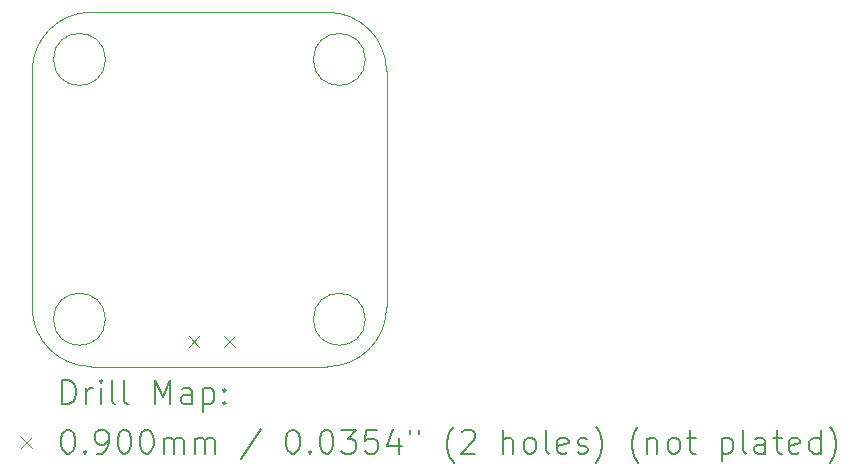
<source format=gbr>
%TF.GenerationSoftware,KiCad,Pcbnew,7.0.7*%
%TF.CreationDate,2023-12-21T16:20:20-05:00*%
%TF.ProjectId,BDC_ctrl_w_hall_effect_latches,4244435f-6374-4726-9c5f-775f68616c6c,rev?*%
%TF.SameCoordinates,Original*%
%TF.FileFunction,Drillmap*%
%TF.FilePolarity,Positive*%
%FSLAX45Y45*%
G04 Gerber Fmt 4.5, Leading zero omitted, Abs format (unit mm)*
G04 Created by KiCad (PCBNEW 7.0.7) date 2023-12-21 16:20:20*
%MOMM*%
%LPD*%
G01*
G04 APERTURE LIST*
%ADD10C,0.100000*%
%ADD11C,0.200000*%
%ADD12C,0.090000*%
G04 APERTURE END LIST*
D10*
X2000000Y-1500000D02*
G75*
G03*
X1500000Y-2000000I0J-500000D01*
G01*
X2120000Y-1900000D02*
G75*
G03*
X2120000Y-1900000I-220000J0D01*
G01*
X1500000Y-4000000D02*
X1500000Y-2000000D01*
X2000000Y-1500000D02*
X4000000Y-1500000D01*
X4320000Y-1900000D02*
G75*
G03*
X4320000Y-1900000I-220000J0D01*
G01*
X4500000Y-2000000D02*
G75*
G03*
X4000000Y-1500000I-500000J0D01*
G01*
X4320000Y-4100000D02*
G75*
G03*
X4320000Y-4100000I-220000J0D01*
G01*
X4000000Y-4500000D02*
X2000000Y-4500000D01*
X1500000Y-4000000D02*
G75*
G03*
X2000000Y-4500000I500000J0D01*
G01*
X2120000Y-4100000D02*
G75*
G03*
X2120000Y-4100000I-220000J0D01*
G01*
X4000000Y-4500000D02*
G75*
G03*
X4500000Y-4000000I0J500000D01*
G01*
X4500000Y-2000000D02*
X4500000Y-4000000D01*
D11*
D12*
X2823720Y-4243260D02*
X2913720Y-4333260D01*
X2913720Y-4243260D02*
X2823720Y-4333260D01*
X3123720Y-4243260D02*
X3213720Y-4333260D01*
X3213720Y-4243260D02*
X3123720Y-4333260D01*
D11*
X1755777Y-4816484D02*
X1755777Y-4616484D01*
X1755777Y-4616484D02*
X1803396Y-4616484D01*
X1803396Y-4616484D02*
X1831967Y-4626008D01*
X1831967Y-4626008D02*
X1851015Y-4645055D01*
X1851015Y-4645055D02*
X1860539Y-4664103D01*
X1860539Y-4664103D02*
X1870062Y-4702198D01*
X1870062Y-4702198D02*
X1870062Y-4730770D01*
X1870062Y-4730770D02*
X1860539Y-4768865D01*
X1860539Y-4768865D02*
X1851015Y-4787912D01*
X1851015Y-4787912D02*
X1831967Y-4806960D01*
X1831967Y-4806960D02*
X1803396Y-4816484D01*
X1803396Y-4816484D02*
X1755777Y-4816484D01*
X1955777Y-4816484D02*
X1955777Y-4683150D01*
X1955777Y-4721246D02*
X1965301Y-4702198D01*
X1965301Y-4702198D02*
X1974824Y-4692674D01*
X1974824Y-4692674D02*
X1993872Y-4683150D01*
X1993872Y-4683150D02*
X2012920Y-4683150D01*
X2079586Y-4816484D02*
X2079586Y-4683150D01*
X2079586Y-4616484D02*
X2070062Y-4626008D01*
X2070062Y-4626008D02*
X2079586Y-4635531D01*
X2079586Y-4635531D02*
X2089110Y-4626008D01*
X2089110Y-4626008D02*
X2079586Y-4616484D01*
X2079586Y-4616484D02*
X2079586Y-4635531D01*
X2203396Y-4816484D02*
X2184348Y-4806960D01*
X2184348Y-4806960D02*
X2174824Y-4787912D01*
X2174824Y-4787912D02*
X2174824Y-4616484D01*
X2308158Y-4816484D02*
X2289110Y-4806960D01*
X2289110Y-4806960D02*
X2279586Y-4787912D01*
X2279586Y-4787912D02*
X2279586Y-4616484D01*
X2536729Y-4816484D02*
X2536729Y-4616484D01*
X2536729Y-4616484D02*
X2603396Y-4759341D01*
X2603396Y-4759341D02*
X2670063Y-4616484D01*
X2670063Y-4616484D02*
X2670063Y-4816484D01*
X2851015Y-4816484D02*
X2851015Y-4711722D01*
X2851015Y-4711722D02*
X2841491Y-4692674D01*
X2841491Y-4692674D02*
X2822443Y-4683150D01*
X2822443Y-4683150D02*
X2784348Y-4683150D01*
X2784348Y-4683150D02*
X2765301Y-4692674D01*
X2851015Y-4806960D02*
X2831967Y-4816484D01*
X2831967Y-4816484D02*
X2784348Y-4816484D01*
X2784348Y-4816484D02*
X2765301Y-4806960D01*
X2765301Y-4806960D02*
X2755777Y-4787912D01*
X2755777Y-4787912D02*
X2755777Y-4768865D01*
X2755777Y-4768865D02*
X2765301Y-4749817D01*
X2765301Y-4749817D02*
X2784348Y-4740293D01*
X2784348Y-4740293D02*
X2831967Y-4740293D01*
X2831967Y-4740293D02*
X2851015Y-4730770D01*
X2946253Y-4683150D02*
X2946253Y-4883150D01*
X2946253Y-4692674D02*
X2965301Y-4683150D01*
X2965301Y-4683150D02*
X3003396Y-4683150D01*
X3003396Y-4683150D02*
X3022443Y-4692674D01*
X3022443Y-4692674D02*
X3031967Y-4702198D01*
X3031967Y-4702198D02*
X3041491Y-4721246D01*
X3041491Y-4721246D02*
X3041491Y-4778389D01*
X3041491Y-4778389D02*
X3031967Y-4797436D01*
X3031967Y-4797436D02*
X3022443Y-4806960D01*
X3022443Y-4806960D02*
X3003396Y-4816484D01*
X3003396Y-4816484D02*
X2965301Y-4816484D01*
X2965301Y-4816484D02*
X2946253Y-4806960D01*
X3127205Y-4797436D02*
X3136729Y-4806960D01*
X3136729Y-4806960D02*
X3127205Y-4816484D01*
X3127205Y-4816484D02*
X3117682Y-4806960D01*
X3117682Y-4806960D02*
X3127205Y-4797436D01*
X3127205Y-4797436D02*
X3127205Y-4816484D01*
X3127205Y-4692674D02*
X3136729Y-4702198D01*
X3136729Y-4702198D02*
X3127205Y-4711722D01*
X3127205Y-4711722D02*
X3117682Y-4702198D01*
X3117682Y-4702198D02*
X3127205Y-4692674D01*
X3127205Y-4692674D02*
X3127205Y-4711722D01*
D12*
X1405000Y-5100000D02*
X1495000Y-5190000D01*
X1495000Y-5100000D02*
X1405000Y-5190000D01*
D11*
X1793872Y-5036484D02*
X1812920Y-5036484D01*
X1812920Y-5036484D02*
X1831967Y-5046008D01*
X1831967Y-5046008D02*
X1841491Y-5055531D01*
X1841491Y-5055531D02*
X1851015Y-5074579D01*
X1851015Y-5074579D02*
X1860539Y-5112674D01*
X1860539Y-5112674D02*
X1860539Y-5160293D01*
X1860539Y-5160293D02*
X1851015Y-5198389D01*
X1851015Y-5198389D02*
X1841491Y-5217436D01*
X1841491Y-5217436D02*
X1831967Y-5226960D01*
X1831967Y-5226960D02*
X1812920Y-5236484D01*
X1812920Y-5236484D02*
X1793872Y-5236484D01*
X1793872Y-5236484D02*
X1774824Y-5226960D01*
X1774824Y-5226960D02*
X1765301Y-5217436D01*
X1765301Y-5217436D02*
X1755777Y-5198389D01*
X1755777Y-5198389D02*
X1746253Y-5160293D01*
X1746253Y-5160293D02*
X1746253Y-5112674D01*
X1746253Y-5112674D02*
X1755777Y-5074579D01*
X1755777Y-5074579D02*
X1765301Y-5055531D01*
X1765301Y-5055531D02*
X1774824Y-5046008D01*
X1774824Y-5046008D02*
X1793872Y-5036484D01*
X1946253Y-5217436D02*
X1955777Y-5226960D01*
X1955777Y-5226960D02*
X1946253Y-5236484D01*
X1946253Y-5236484D02*
X1936729Y-5226960D01*
X1936729Y-5226960D02*
X1946253Y-5217436D01*
X1946253Y-5217436D02*
X1946253Y-5236484D01*
X2051015Y-5236484D02*
X2089110Y-5236484D01*
X2089110Y-5236484D02*
X2108158Y-5226960D01*
X2108158Y-5226960D02*
X2117682Y-5217436D01*
X2117682Y-5217436D02*
X2136729Y-5188865D01*
X2136729Y-5188865D02*
X2146253Y-5150770D01*
X2146253Y-5150770D02*
X2146253Y-5074579D01*
X2146253Y-5074579D02*
X2136729Y-5055531D01*
X2136729Y-5055531D02*
X2127205Y-5046008D01*
X2127205Y-5046008D02*
X2108158Y-5036484D01*
X2108158Y-5036484D02*
X2070062Y-5036484D01*
X2070062Y-5036484D02*
X2051015Y-5046008D01*
X2051015Y-5046008D02*
X2041491Y-5055531D01*
X2041491Y-5055531D02*
X2031967Y-5074579D01*
X2031967Y-5074579D02*
X2031967Y-5122198D01*
X2031967Y-5122198D02*
X2041491Y-5141246D01*
X2041491Y-5141246D02*
X2051015Y-5150770D01*
X2051015Y-5150770D02*
X2070062Y-5160293D01*
X2070062Y-5160293D02*
X2108158Y-5160293D01*
X2108158Y-5160293D02*
X2127205Y-5150770D01*
X2127205Y-5150770D02*
X2136729Y-5141246D01*
X2136729Y-5141246D02*
X2146253Y-5122198D01*
X2270063Y-5036484D02*
X2289110Y-5036484D01*
X2289110Y-5036484D02*
X2308158Y-5046008D01*
X2308158Y-5046008D02*
X2317682Y-5055531D01*
X2317682Y-5055531D02*
X2327205Y-5074579D01*
X2327205Y-5074579D02*
X2336729Y-5112674D01*
X2336729Y-5112674D02*
X2336729Y-5160293D01*
X2336729Y-5160293D02*
X2327205Y-5198389D01*
X2327205Y-5198389D02*
X2317682Y-5217436D01*
X2317682Y-5217436D02*
X2308158Y-5226960D01*
X2308158Y-5226960D02*
X2289110Y-5236484D01*
X2289110Y-5236484D02*
X2270063Y-5236484D01*
X2270063Y-5236484D02*
X2251015Y-5226960D01*
X2251015Y-5226960D02*
X2241491Y-5217436D01*
X2241491Y-5217436D02*
X2231967Y-5198389D01*
X2231967Y-5198389D02*
X2222444Y-5160293D01*
X2222444Y-5160293D02*
X2222444Y-5112674D01*
X2222444Y-5112674D02*
X2231967Y-5074579D01*
X2231967Y-5074579D02*
X2241491Y-5055531D01*
X2241491Y-5055531D02*
X2251015Y-5046008D01*
X2251015Y-5046008D02*
X2270063Y-5036484D01*
X2460539Y-5036484D02*
X2479586Y-5036484D01*
X2479586Y-5036484D02*
X2498634Y-5046008D01*
X2498634Y-5046008D02*
X2508158Y-5055531D01*
X2508158Y-5055531D02*
X2517682Y-5074579D01*
X2517682Y-5074579D02*
X2527205Y-5112674D01*
X2527205Y-5112674D02*
X2527205Y-5160293D01*
X2527205Y-5160293D02*
X2517682Y-5198389D01*
X2517682Y-5198389D02*
X2508158Y-5217436D01*
X2508158Y-5217436D02*
X2498634Y-5226960D01*
X2498634Y-5226960D02*
X2479586Y-5236484D01*
X2479586Y-5236484D02*
X2460539Y-5236484D01*
X2460539Y-5236484D02*
X2441491Y-5226960D01*
X2441491Y-5226960D02*
X2431967Y-5217436D01*
X2431967Y-5217436D02*
X2422444Y-5198389D01*
X2422444Y-5198389D02*
X2412920Y-5160293D01*
X2412920Y-5160293D02*
X2412920Y-5112674D01*
X2412920Y-5112674D02*
X2422444Y-5074579D01*
X2422444Y-5074579D02*
X2431967Y-5055531D01*
X2431967Y-5055531D02*
X2441491Y-5046008D01*
X2441491Y-5046008D02*
X2460539Y-5036484D01*
X2612920Y-5236484D02*
X2612920Y-5103150D01*
X2612920Y-5122198D02*
X2622444Y-5112674D01*
X2622444Y-5112674D02*
X2641491Y-5103150D01*
X2641491Y-5103150D02*
X2670063Y-5103150D01*
X2670063Y-5103150D02*
X2689110Y-5112674D01*
X2689110Y-5112674D02*
X2698634Y-5131722D01*
X2698634Y-5131722D02*
X2698634Y-5236484D01*
X2698634Y-5131722D02*
X2708158Y-5112674D01*
X2708158Y-5112674D02*
X2727205Y-5103150D01*
X2727205Y-5103150D02*
X2755777Y-5103150D01*
X2755777Y-5103150D02*
X2774825Y-5112674D01*
X2774825Y-5112674D02*
X2784348Y-5131722D01*
X2784348Y-5131722D02*
X2784348Y-5236484D01*
X2879586Y-5236484D02*
X2879586Y-5103150D01*
X2879586Y-5122198D02*
X2889110Y-5112674D01*
X2889110Y-5112674D02*
X2908158Y-5103150D01*
X2908158Y-5103150D02*
X2936729Y-5103150D01*
X2936729Y-5103150D02*
X2955777Y-5112674D01*
X2955777Y-5112674D02*
X2965301Y-5131722D01*
X2965301Y-5131722D02*
X2965301Y-5236484D01*
X2965301Y-5131722D02*
X2974824Y-5112674D01*
X2974824Y-5112674D02*
X2993872Y-5103150D01*
X2993872Y-5103150D02*
X3022443Y-5103150D01*
X3022443Y-5103150D02*
X3041491Y-5112674D01*
X3041491Y-5112674D02*
X3051015Y-5131722D01*
X3051015Y-5131722D02*
X3051015Y-5236484D01*
X3441491Y-5026960D02*
X3270063Y-5284103D01*
X3698634Y-5036484D02*
X3717682Y-5036484D01*
X3717682Y-5036484D02*
X3736729Y-5046008D01*
X3736729Y-5046008D02*
X3746253Y-5055531D01*
X3746253Y-5055531D02*
X3755777Y-5074579D01*
X3755777Y-5074579D02*
X3765301Y-5112674D01*
X3765301Y-5112674D02*
X3765301Y-5160293D01*
X3765301Y-5160293D02*
X3755777Y-5198389D01*
X3755777Y-5198389D02*
X3746253Y-5217436D01*
X3746253Y-5217436D02*
X3736729Y-5226960D01*
X3736729Y-5226960D02*
X3717682Y-5236484D01*
X3717682Y-5236484D02*
X3698634Y-5236484D01*
X3698634Y-5236484D02*
X3679586Y-5226960D01*
X3679586Y-5226960D02*
X3670063Y-5217436D01*
X3670063Y-5217436D02*
X3660539Y-5198389D01*
X3660539Y-5198389D02*
X3651015Y-5160293D01*
X3651015Y-5160293D02*
X3651015Y-5112674D01*
X3651015Y-5112674D02*
X3660539Y-5074579D01*
X3660539Y-5074579D02*
X3670063Y-5055531D01*
X3670063Y-5055531D02*
X3679586Y-5046008D01*
X3679586Y-5046008D02*
X3698634Y-5036484D01*
X3851015Y-5217436D02*
X3860539Y-5226960D01*
X3860539Y-5226960D02*
X3851015Y-5236484D01*
X3851015Y-5236484D02*
X3841491Y-5226960D01*
X3841491Y-5226960D02*
X3851015Y-5217436D01*
X3851015Y-5217436D02*
X3851015Y-5236484D01*
X3984348Y-5036484D02*
X4003396Y-5036484D01*
X4003396Y-5036484D02*
X4022444Y-5046008D01*
X4022444Y-5046008D02*
X4031967Y-5055531D01*
X4031967Y-5055531D02*
X4041491Y-5074579D01*
X4041491Y-5074579D02*
X4051015Y-5112674D01*
X4051015Y-5112674D02*
X4051015Y-5160293D01*
X4051015Y-5160293D02*
X4041491Y-5198389D01*
X4041491Y-5198389D02*
X4031967Y-5217436D01*
X4031967Y-5217436D02*
X4022444Y-5226960D01*
X4022444Y-5226960D02*
X4003396Y-5236484D01*
X4003396Y-5236484D02*
X3984348Y-5236484D01*
X3984348Y-5236484D02*
X3965301Y-5226960D01*
X3965301Y-5226960D02*
X3955777Y-5217436D01*
X3955777Y-5217436D02*
X3946253Y-5198389D01*
X3946253Y-5198389D02*
X3936729Y-5160293D01*
X3936729Y-5160293D02*
X3936729Y-5112674D01*
X3936729Y-5112674D02*
X3946253Y-5074579D01*
X3946253Y-5074579D02*
X3955777Y-5055531D01*
X3955777Y-5055531D02*
X3965301Y-5046008D01*
X3965301Y-5046008D02*
X3984348Y-5036484D01*
X4117682Y-5036484D02*
X4241491Y-5036484D01*
X4241491Y-5036484D02*
X4174825Y-5112674D01*
X4174825Y-5112674D02*
X4203396Y-5112674D01*
X4203396Y-5112674D02*
X4222444Y-5122198D01*
X4222444Y-5122198D02*
X4231968Y-5131722D01*
X4231968Y-5131722D02*
X4241491Y-5150770D01*
X4241491Y-5150770D02*
X4241491Y-5198389D01*
X4241491Y-5198389D02*
X4231968Y-5217436D01*
X4231968Y-5217436D02*
X4222444Y-5226960D01*
X4222444Y-5226960D02*
X4203396Y-5236484D01*
X4203396Y-5236484D02*
X4146253Y-5236484D01*
X4146253Y-5236484D02*
X4127206Y-5226960D01*
X4127206Y-5226960D02*
X4117682Y-5217436D01*
X4422444Y-5036484D02*
X4327206Y-5036484D01*
X4327206Y-5036484D02*
X4317682Y-5131722D01*
X4317682Y-5131722D02*
X4327206Y-5122198D01*
X4327206Y-5122198D02*
X4346253Y-5112674D01*
X4346253Y-5112674D02*
X4393872Y-5112674D01*
X4393872Y-5112674D02*
X4412920Y-5122198D01*
X4412920Y-5122198D02*
X4422444Y-5131722D01*
X4422444Y-5131722D02*
X4431968Y-5150770D01*
X4431968Y-5150770D02*
X4431968Y-5198389D01*
X4431968Y-5198389D02*
X4422444Y-5217436D01*
X4422444Y-5217436D02*
X4412920Y-5226960D01*
X4412920Y-5226960D02*
X4393872Y-5236484D01*
X4393872Y-5236484D02*
X4346253Y-5236484D01*
X4346253Y-5236484D02*
X4327206Y-5226960D01*
X4327206Y-5226960D02*
X4317682Y-5217436D01*
X4603396Y-5103150D02*
X4603396Y-5236484D01*
X4555777Y-5026960D02*
X4508158Y-5169817D01*
X4508158Y-5169817D02*
X4631968Y-5169817D01*
X4698634Y-5036484D02*
X4698634Y-5074579D01*
X4774825Y-5036484D02*
X4774825Y-5074579D01*
X5070063Y-5312674D02*
X5060539Y-5303150D01*
X5060539Y-5303150D02*
X5041491Y-5274579D01*
X5041491Y-5274579D02*
X5031968Y-5255531D01*
X5031968Y-5255531D02*
X5022444Y-5226960D01*
X5022444Y-5226960D02*
X5012920Y-5179341D01*
X5012920Y-5179341D02*
X5012920Y-5141246D01*
X5012920Y-5141246D02*
X5022444Y-5093627D01*
X5022444Y-5093627D02*
X5031968Y-5065055D01*
X5031968Y-5065055D02*
X5041491Y-5046008D01*
X5041491Y-5046008D02*
X5060539Y-5017436D01*
X5060539Y-5017436D02*
X5070063Y-5007912D01*
X5136730Y-5055531D02*
X5146253Y-5046008D01*
X5146253Y-5046008D02*
X5165301Y-5036484D01*
X5165301Y-5036484D02*
X5212920Y-5036484D01*
X5212920Y-5036484D02*
X5231968Y-5046008D01*
X5231968Y-5046008D02*
X5241491Y-5055531D01*
X5241491Y-5055531D02*
X5251015Y-5074579D01*
X5251015Y-5074579D02*
X5251015Y-5093627D01*
X5251015Y-5093627D02*
X5241491Y-5122198D01*
X5241491Y-5122198D02*
X5127206Y-5236484D01*
X5127206Y-5236484D02*
X5251015Y-5236484D01*
X5489111Y-5236484D02*
X5489111Y-5036484D01*
X5574825Y-5236484D02*
X5574825Y-5131722D01*
X5574825Y-5131722D02*
X5565301Y-5112674D01*
X5565301Y-5112674D02*
X5546253Y-5103150D01*
X5546253Y-5103150D02*
X5517682Y-5103150D01*
X5517682Y-5103150D02*
X5498634Y-5112674D01*
X5498634Y-5112674D02*
X5489111Y-5122198D01*
X5698634Y-5236484D02*
X5679587Y-5226960D01*
X5679587Y-5226960D02*
X5670063Y-5217436D01*
X5670063Y-5217436D02*
X5660539Y-5198389D01*
X5660539Y-5198389D02*
X5660539Y-5141246D01*
X5660539Y-5141246D02*
X5670063Y-5122198D01*
X5670063Y-5122198D02*
X5679587Y-5112674D01*
X5679587Y-5112674D02*
X5698634Y-5103150D01*
X5698634Y-5103150D02*
X5727206Y-5103150D01*
X5727206Y-5103150D02*
X5746253Y-5112674D01*
X5746253Y-5112674D02*
X5755777Y-5122198D01*
X5755777Y-5122198D02*
X5765301Y-5141246D01*
X5765301Y-5141246D02*
X5765301Y-5198389D01*
X5765301Y-5198389D02*
X5755777Y-5217436D01*
X5755777Y-5217436D02*
X5746253Y-5226960D01*
X5746253Y-5226960D02*
X5727206Y-5236484D01*
X5727206Y-5236484D02*
X5698634Y-5236484D01*
X5879587Y-5236484D02*
X5860539Y-5226960D01*
X5860539Y-5226960D02*
X5851015Y-5207912D01*
X5851015Y-5207912D02*
X5851015Y-5036484D01*
X6031968Y-5226960D02*
X6012920Y-5236484D01*
X6012920Y-5236484D02*
X5974825Y-5236484D01*
X5974825Y-5236484D02*
X5955777Y-5226960D01*
X5955777Y-5226960D02*
X5946253Y-5207912D01*
X5946253Y-5207912D02*
X5946253Y-5131722D01*
X5946253Y-5131722D02*
X5955777Y-5112674D01*
X5955777Y-5112674D02*
X5974825Y-5103150D01*
X5974825Y-5103150D02*
X6012920Y-5103150D01*
X6012920Y-5103150D02*
X6031968Y-5112674D01*
X6031968Y-5112674D02*
X6041491Y-5131722D01*
X6041491Y-5131722D02*
X6041491Y-5150770D01*
X6041491Y-5150770D02*
X5946253Y-5169817D01*
X6117682Y-5226960D02*
X6136730Y-5236484D01*
X6136730Y-5236484D02*
X6174825Y-5236484D01*
X6174825Y-5236484D02*
X6193872Y-5226960D01*
X6193872Y-5226960D02*
X6203396Y-5207912D01*
X6203396Y-5207912D02*
X6203396Y-5198389D01*
X6203396Y-5198389D02*
X6193872Y-5179341D01*
X6193872Y-5179341D02*
X6174825Y-5169817D01*
X6174825Y-5169817D02*
X6146253Y-5169817D01*
X6146253Y-5169817D02*
X6127206Y-5160293D01*
X6127206Y-5160293D02*
X6117682Y-5141246D01*
X6117682Y-5141246D02*
X6117682Y-5131722D01*
X6117682Y-5131722D02*
X6127206Y-5112674D01*
X6127206Y-5112674D02*
X6146253Y-5103150D01*
X6146253Y-5103150D02*
X6174825Y-5103150D01*
X6174825Y-5103150D02*
X6193872Y-5112674D01*
X6270063Y-5312674D02*
X6279587Y-5303150D01*
X6279587Y-5303150D02*
X6298634Y-5274579D01*
X6298634Y-5274579D02*
X6308158Y-5255531D01*
X6308158Y-5255531D02*
X6317682Y-5226960D01*
X6317682Y-5226960D02*
X6327206Y-5179341D01*
X6327206Y-5179341D02*
X6327206Y-5141246D01*
X6327206Y-5141246D02*
X6317682Y-5093627D01*
X6317682Y-5093627D02*
X6308158Y-5065055D01*
X6308158Y-5065055D02*
X6298634Y-5046008D01*
X6298634Y-5046008D02*
X6279587Y-5017436D01*
X6279587Y-5017436D02*
X6270063Y-5007912D01*
X6631968Y-5312674D02*
X6622444Y-5303150D01*
X6622444Y-5303150D02*
X6603396Y-5274579D01*
X6603396Y-5274579D02*
X6593872Y-5255531D01*
X6593872Y-5255531D02*
X6584349Y-5226960D01*
X6584349Y-5226960D02*
X6574825Y-5179341D01*
X6574825Y-5179341D02*
X6574825Y-5141246D01*
X6574825Y-5141246D02*
X6584349Y-5093627D01*
X6584349Y-5093627D02*
X6593872Y-5065055D01*
X6593872Y-5065055D02*
X6603396Y-5046008D01*
X6603396Y-5046008D02*
X6622444Y-5017436D01*
X6622444Y-5017436D02*
X6631968Y-5007912D01*
X6708158Y-5103150D02*
X6708158Y-5236484D01*
X6708158Y-5122198D02*
X6717682Y-5112674D01*
X6717682Y-5112674D02*
X6736730Y-5103150D01*
X6736730Y-5103150D02*
X6765301Y-5103150D01*
X6765301Y-5103150D02*
X6784349Y-5112674D01*
X6784349Y-5112674D02*
X6793872Y-5131722D01*
X6793872Y-5131722D02*
X6793872Y-5236484D01*
X6917682Y-5236484D02*
X6898634Y-5226960D01*
X6898634Y-5226960D02*
X6889111Y-5217436D01*
X6889111Y-5217436D02*
X6879587Y-5198389D01*
X6879587Y-5198389D02*
X6879587Y-5141246D01*
X6879587Y-5141246D02*
X6889111Y-5122198D01*
X6889111Y-5122198D02*
X6898634Y-5112674D01*
X6898634Y-5112674D02*
X6917682Y-5103150D01*
X6917682Y-5103150D02*
X6946253Y-5103150D01*
X6946253Y-5103150D02*
X6965301Y-5112674D01*
X6965301Y-5112674D02*
X6974825Y-5122198D01*
X6974825Y-5122198D02*
X6984349Y-5141246D01*
X6984349Y-5141246D02*
X6984349Y-5198389D01*
X6984349Y-5198389D02*
X6974825Y-5217436D01*
X6974825Y-5217436D02*
X6965301Y-5226960D01*
X6965301Y-5226960D02*
X6946253Y-5236484D01*
X6946253Y-5236484D02*
X6917682Y-5236484D01*
X7041492Y-5103150D02*
X7117682Y-5103150D01*
X7070063Y-5036484D02*
X7070063Y-5207912D01*
X7070063Y-5207912D02*
X7079587Y-5226960D01*
X7079587Y-5226960D02*
X7098634Y-5236484D01*
X7098634Y-5236484D02*
X7117682Y-5236484D01*
X7336730Y-5103150D02*
X7336730Y-5303150D01*
X7336730Y-5112674D02*
X7355777Y-5103150D01*
X7355777Y-5103150D02*
X7393873Y-5103150D01*
X7393873Y-5103150D02*
X7412920Y-5112674D01*
X7412920Y-5112674D02*
X7422444Y-5122198D01*
X7422444Y-5122198D02*
X7431968Y-5141246D01*
X7431968Y-5141246D02*
X7431968Y-5198389D01*
X7431968Y-5198389D02*
X7422444Y-5217436D01*
X7422444Y-5217436D02*
X7412920Y-5226960D01*
X7412920Y-5226960D02*
X7393873Y-5236484D01*
X7393873Y-5236484D02*
X7355777Y-5236484D01*
X7355777Y-5236484D02*
X7336730Y-5226960D01*
X7546253Y-5236484D02*
X7527206Y-5226960D01*
X7527206Y-5226960D02*
X7517682Y-5207912D01*
X7517682Y-5207912D02*
X7517682Y-5036484D01*
X7708158Y-5236484D02*
X7708158Y-5131722D01*
X7708158Y-5131722D02*
X7698634Y-5112674D01*
X7698634Y-5112674D02*
X7679587Y-5103150D01*
X7679587Y-5103150D02*
X7641492Y-5103150D01*
X7641492Y-5103150D02*
X7622444Y-5112674D01*
X7708158Y-5226960D02*
X7689111Y-5236484D01*
X7689111Y-5236484D02*
X7641492Y-5236484D01*
X7641492Y-5236484D02*
X7622444Y-5226960D01*
X7622444Y-5226960D02*
X7612920Y-5207912D01*
X7612920Y-5207912D02*
X7612920Y-5188865D01*
X7612920Y-5188865D02*
X7622444Y-5169817D01*
X7622444Y-5169817D02*
X7641492Y-5160293D01*
X7641492Y-5160293D02*
X7689111Y-5160293D01*
X7689111Y-5160293D02*
X7708158Y-5150770D01*
X7774825Y-5103150D02*
X7851015Y-5103150D01*
X7803396Y-5036484D02*
X7803396Y-5207912D01*
X7803396Y-5207912D02*
X7812920Y-5226960D01*
X7812920Y-5226960D02*
X7831968Y-5236484D01*
X7831968Y-5236484D02*
X7851015Y-5236484D01*
X7993873Y-5226960D02*
X7974825Y-5236484D01*
X7974825Y-5236484D02*
X7936730Y-5236484D01*
X7936730Y-5236484D02*
X7917682Y-5226960D01*
X7917682Y-5226960D02*
X7908158Y-5207912D01*
X7908158Y-5207912D02*
X7908158Y-5131722D01*
X7908158Y-5131722D02*
X7917682Y-5112674D01*
X7917682Y-5112674D02*
X7936730Y-5103150D01*
X7936730Y-5103150D02*
X7974825Y-5103150D01*
X7974825Y-5103150D02*
X7993873Y-5112674D01*
X7993873Y-5112674D02*
X8003396Y-5131722D01*
X8003396Y-5131722D02*
X8003396Y-5150770D01*
X8003396Y-5150770D02*
X7908158Y-5169817D01*
X8174825Y-5236484D02*
X8174825Y-5036484D01*
X8174825Y-5226960D02*
X8155777Y-5236484D01*
X8155777Y-5236484D02*
X8117682Y-5236484D01*
X8117682Y-5236484D02*
X8098634Y-5226960D01*
X8098634Y-5226960D02*
X8089111Y-5217436D01*
X8089111Y-5217436D02*
X8079587Y-5198389D01*
X8079587Y-5198389D02*
X8079587Y-5141246D01*
X8079587Y-5141246D02*
X8089111Y-5122198D01*
X8089111Y-5122198D02*
X8098634Y-5112674D01*
X8098634Y-5112674D02*
X8117682Y-5103150D01*
X8117682Y-5103150D02*
X8155777Y-5103150D01*
X8155777Y-5103150D02*
X8174825Y-5112674D01*
X8251015Y-5312674D02*
X8260539Y-5303150D01*
X8260539Y-5303150D02*
X8279587Y-5274579D01*
X8279587Y-5274579D02*
X8289111Y-5255531D01*
X8289111Y-5255531D02*
X8298634Y-5226960D01*
X8298634Y-5226960D02*
X8308158Y-5179341D01*
X8308158Y-5179341D02*
X8308158Y-5141246D01*
X8308158Y-5141246D02*
X8298634Y-5093627D01*
X8298634Y-5093627D02*
X8289111Y-5065055D01*
X8289111Y-5065055D02*
X8279587Y-5046008D01*
X8279587Y-5046008D02*
X8260539Y-5017436D01*
X8260539Y-5017436D02*
X8251015Y-5007912D01*
M02*

</source>
